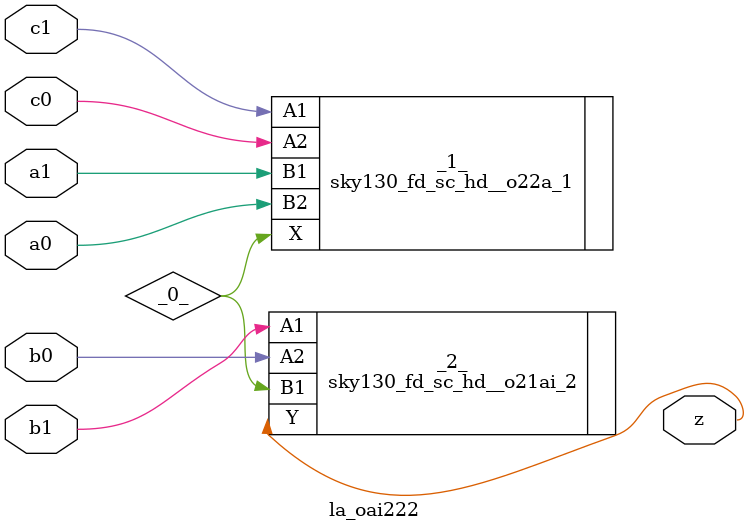
<source format=v>

/* Generated by Yosys 0.44 (git sha1 80ba43d26, g++ 11.4.0-1ubuntu1~22.04 -fPIC -O3) */

(* top =  1  *)
(* src = "inputs/la_oai222.v:10.1-24.10" *)
module la_oai222 (
    a0,
    a1,
    b0,
    b1,
    c0,
    c1,
    z
);
  wire _0_;
  (* src = "inputs/la_oai222.v:13.12-13.14" *)
  input a0;
  wire a0;
  (* src = "inputs/la_oai222.v:14.12-14.14" *)
  input a1;
  wire a1;
  (* src = "inputs/la_oai222.v:15.12-15.14" *)
  input b0;
  wire b0;
  (* src = "inputs/la_oai222.v:16.12-16.14" *)
  input b1;
  wire b1;
  (* src = "inputs/la_oai222.v:17.12-17.14" *)
  input c0;
  wire c0;
  (* src = "inputs/la_oai222.v:18.12-18.14" *)
  input c1;
  wire c1;
  (* src = "inputs/la_oai222.v:19.12-19.13" *)
  output z;
  wire z;
  sky130_fd_sc_hd__o22a_1 _1_ (
      .A1(c1),
      .A2(c0),
      .B1(a1),
      .B2(a0),
      .X (_0_)
  );
  sky130_fd_sc_hd__o21ai_2 _2_ (
      .A1(b1),
      .A2(b0),
      .B1(_0_),
      .Y (z)
  );
endmodule

</source>
